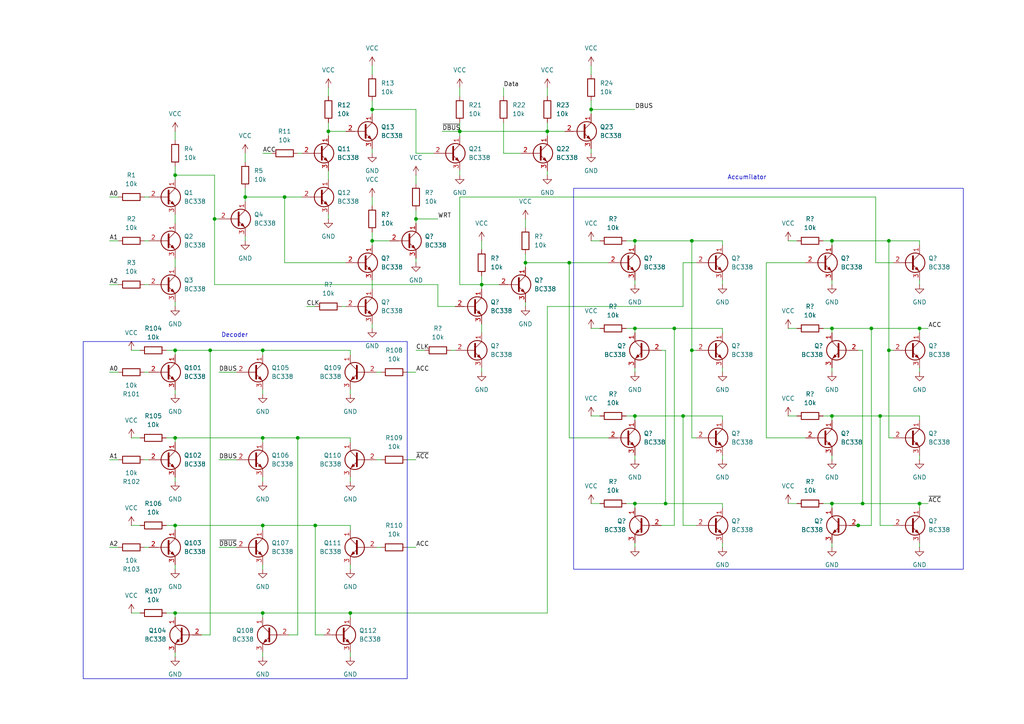
<source format=kicad_sch>
(kicad_sch (version 20250114) (generator "eeschema") (generator_version "9.0")
  (paper "A4")
  (rectangle (start 166.37 54.61) (end 279.4 165.1))
  (rectangle (start 24.13 99.06) (end 118.11 196.85))
  (text "Accumilator" (at 216.662 51.562 0) (effects (font (size 1.27 1.27))))
  (text "Decoder" (at 68.072 97.282 0) (effects (font (size 1.27 1.27))))
  (junction (at 50.8 101.6))
  (junction (at 241.3 69.85))
  (junction (at 101.6 177.8))
  (junction (at 158.75 38.1))
  (junction (at 60.96 101.6))
  (junction (at 133.35 38.1))
  (junction (at 200.66 101.6))
  (junction (at 50.8 177.8))
  (junction (at 193.04 146.05))
  (junction (at 266.7 146.05))
  (junction (at 62.23 63.5))
  (junction (at 50.8 127))
  (junction (at 184.15 69.85))
  (junction (at 252.73 95.25))
  (junction (at 184.15 95.25))
  (junction (at 248.92 152.4))
  (junction (at 71.12 57.15))
  (junction (at 76.2 177.8))
  (junction (at 107.95 69.85))
  (junction (at 250.19 146.05))
  (junction (at 107.95 31.75))
  (junction (at 195.58 95.25))
  (junction (at 255.27 120.65))
  (junction (at 198.12 120.65))
  (junction (at 76.2 127))
  (junction (at 120.65 63.5))
  (junction (at 86.36 127))
  (junction (at 139.7 82.55))
  (junction (at 184.15 120.65))
  (junction (at 241.3 120.65))
  (junction (at 76.2 101.6))
  (junction (at 266.7 95.25))
  (junction (at 95.25 38.1))
  (junction (at 152.4 76.2))
  (junction (at 184.15 146.05))
  (junction (at 50.8 152.4))
  (junction (at 165.1 76.2))
  (junction (at 91.44 152.4))
  (junction (at 50.8 50.8))
  (junction (at 241.3 146.05))
  (junction (at 82.55 57.15))
  (junction (at 76.2 152.4))
  (junction (at 241.3 95.25))
  (junction (at 200.66 69.85))
  (junction (at 171.45 31.75))
  (junction (at 257.81 69.85))
  (junction (at 257.81 101.6))
  (wire (pts (xy 228.6 120.65) (xy 231.14 120.65)))
  (wire (pts (xy 255.27 152.4) (xy 255.27 120.65)))
  (wire (pts (xy 228.6 146.05) (xy 231.14 146.05)))
  (wire (pts (xy 209.55 95.25) (xy 209.55 96.52)))
  (wire (pts (xy 107.95 81.28) (xy 107.95 83.82)))
  (wire (pts (xy 201.93 127) (xy 200.66 127)))
  (wire (pts (xy 184.15 146.05) (xy 193.04 146.05)))
  (wire (pts (xy 50.8 138.43) (xy 50.8 139.7)))
  (wire (pts (xy 241.3 120.65) (xy 255.27 120.65)))
  (wire (pts (xy 95.25 35.56) (xy 95.25 38.1)))
  (wire (pts (xy 41.91 57.15) (xy 43.18 57.15)))
  (wire (pts (xy 184.15 120.65) (xy 184.15 121.92)))
  (wire (pts (xy 158.75 88.9) (xy 158.75 177.8)))
  (wire (pts (xy 71.12 57.15) (xy 82.55 57.15)))
  (wire (pts (xy 163.83 38.1) (xy 158.75 38.1)))
  (wire (pts (xy 50.8 177.8) (xy 50.8 179.07)))
  (wire (pts (xy 71.12 54.61) (xy 71.12 57.15)))
  (wire (pts (xy 184.15 132.08) (xy 184.15 133.35)))
  (wire (pts (xy 63.5 133.35) (xy 68.58 133.35)))
  (wire (pts (xy 127 88.9) (xy 132.08 88.9)))
  (wire (pts (xy 101.6 101.6) (xy 101.6 102.87)))
  (wire (pts (xy 48.26 101.6) (xy 50.8 101.6)))
  (wire (pts (xy 86.36 44.45) (xy 87.63 44.45)))
  (wire (pts (xy 95.25 25.4) (xy 95.25 27.94)))
  (wire (pts (xy 71.12 68.58) (xy 71.12 69.85)))
  (wire (pts (xy 50.8 152.4) (xy 50.8 153.67)))
  (wire (pts (xy 250.19 101.6) (xy 250.19 146.05)))
  (wire (pts (xy 158.75 38.1) (xy 133.35 38.1)))
  (wire (pts (xy 200.66 127) (xy 200.66 101.6)))
  (wire (pts (xy 222.25 76.2) (xy 233.68 76.2)))
  (wire (pts (xy 257.81 127) (xy 259.08 127)))
  (wire (pts (xy 201.93 76.2) (xy 198.12 76.2)))
  (wire (pts (xy 152.4 76.2) (xy 152.4 77.47)))
  (wire (pts (xy 50.8 163.83) (xy 50.8 165.1)))
  (wire (pts (xy 107.95 69.85) (xy 107.95 71.12)))
  (wire (pts (xy 76.2 44.45) (xy 78.74 44.45)))
  (wire (pts (xy 62.23 63.5) (xy 62.23 82.55)))
  (wire (pts (xy 255.27 120.65) (xy 266.7 120.65)))
  (wire (pts (xy 152.4 87.63) (xy 152.4 88.9)))
  (wire (pts (xy 266.7 106.68) (xy 266.7 107.95)))
  (wire (pts (xy 222.25 127) (xy 222.25 76.2)))
  (wire (pts (xy 76.2 113.03) (xy 76.2 114.3)))
  (wire (pts (xy 86.36 184.15) (xy 83.82 184.15)))
  (wire (pts (xy 50.8 127) (xy 76.2 127)))
  (wire (pts (xy 58.42 184.15) (xy 60.96 184.15)))
  (wire (pts (xy 133.35 57.15) (xy 254 57.15)))
  (wire (pts (xy 38.1 127) (xy 40.64 127)))
  (wire (pts (xy 201.93 101.6) (xy 200.66 101.6)))
  (wire (pts (xy 76.2 189.23) (xy 76.2 190.5)))
  (wire (pts (xy 133.35 35.56) (xy 133.35 38.1)))
  (wire (pts (xy 101.6 113.03) (xy 101.6 114.3)))
  (wire (pts (xy 139.7 82.55) (xy 144.78 82.55)))
  (wire (pts (xy 181.61 95.25) (xy 184.15 95.25)))
  (wire (pts (xy 238.76 146.05) (xy 241.3 146.05)))
  (wire (pts (xy 209.55 146.05) (xy 209.55 147.32)))
  (wire (pts (xy 41.91 82.55) (xy 43.18 82.55)))
  (wire (pts (xy 266.7 95.25) (xy 269.24 95.25)))
  (wire (pts (xy 241.3 146.05) (xy 241.3 147.32)))
  (wire (pts (xy 266.7 120.65) (xy 266.7 121.92)))
  (wire (pts (xy 266.7 95.25) (xy 266.7 96.52)))
  (wire (pts (xy 76.2 177.8) (xy 101.6 177.8)))
  (wire (pts (xy 127 82.55) (xy 127 88.9)))
  (wire (pts (xy 241.3 157.48) (xy 241.3 158.75)))
  (wire (pts (xy 120.65 44.45) (xy 120.65 31.75)))
  (wire (pts (xy 241.3 95.25) (xy 252.73 95.25)))
  (wire (pts (xy 82.55 76.2) (xy 82.55 57.15)))
  (wire (pts (xy 209.55 132.08) (xy 209.55 133.35)))
  (wire (pts (xy 259.08 152.4) (xy 255.27 152.4)))
  (wire (pts (xy 198.12 88.9) (xy 158.75 88.9)))
  (wire (pts (xy 62.23 63.5) (xy 62.23 50.8)))
  (wire (pts (xy 171.45 43.18) (xy 171.45 44.45)))
  (wire (pts (xy 62.23 50.8) (xy 50.8 50.8)))
  (wire (pts (xy 171.45 19.05) (xy 171.45 21.59)))
  (wire (pts (xy 184.15 106.68) (xy 184.15 107.95)))
  (wire (pts (xy 198.12 120.65) (xy 198.12 152.4)))
  (wire (pts (xy 181.61 69.85) (xy 184.15 69.85)))
  (wire (pts (xy 252.73 95.25) (xy 266.7 95.25)))
  (wire (pts (xy 50.8 74.93) (xy 50.8 77.47)))
  (wire (pts (xy 241.3 132.08) (xy 241.3 133.35)))
  (wire (pts (xy 50.8 87.63) (xy 50.8 88.9)))
  (wire (pts (xy 41.91 133.35) (xy 43.18 133.35)))
  (wire (pts (xy 71.12 57.15) (xy 71.12 58.42)))
  (wire (pts (xy 198.12 120.65) (xy 209.55 120.65)))
  (wire (pts (xy 120.65 50.8) (xy 120.65 53.34)))
  (wire (pts (xy 241.3 69.85) (xy 241.3 71.12)))
  (wire (pts (xy 118.11 133.35) (xy 120.65 133.35)))
  (wire (pts (xy 101.6 127) (xy 101.6 128.27)))
  (wire (pts (xy 50.8 127) (xy 50.8 128.27)))
  (wire (pts (xy 198.12 76.2) (xy 198.12 88.9)))
  (wire (pts (xy 38.1 101.6) (xy 40.64 101.6)))
  (wire (pts (xy 158.75 38.1) (xy 158.75 39.37)))
  (wire (pts (xy 238.76 95.25) (xy 241.3 95.25)))
  (wire (pts (xy 86.36 127) (xy 86.36 184.15)))
  (wire (pts (xy 200.66 69.85) (xy 209.55 69.85)))
  (wire (pts (xy 76.2 177.8) (xy 50.8 177.8)))
  (wire (pts (xy 184.15 69.85) (xy 200.66 69.85)))
  (wire (pts (xy 184.15 157.48) (xy 184.15 158.75)))
  (wire (pts (xy 266.7 132.08) (xy 266.7 133.35)))
  (wire (pts (xy 76.2 101.6) (xy 101.6 101.6)))
  (wire (pts (xy 241.3 120.65) (xy 241.3 121.92)))
  (wire (pts (xy 48.26 127) (xy 50.8 127)))
  (wire (pts (xy 109.22 158.75) (xy 110.49 158.75)))
  (wire (pts (xy 158.75 35.56) (xy 158.75 38.1)))
  (wire (pts (xy 139.7 82.55) (xy 133.35 82.55)))
  (wire (pts (xy 101.6 163.83) (xy 101.6 165.1)))
  (wire (pts (xy 171.45 69.85) (xy 173.99 69.85)))
  (wire (pts (xy 209.55 69.85) (xy 209.55 71.12)))
  (wire (pts (xy 209.55 81.28) (xy 209.55 82.55)))
  (wire (pts (xy 152.4 76.2) (xy 165.1 76.2)))
  (wire (pts (xy 171.45 95.25) (xy 173.99 95.25)))
  (wire (pts (xy 171.45 31.75) (xy 171.45 33.02)))
  (wire (pts (xy 257.81 69.85) (xy 266.7 69.85)))
  (wire (pts (xy 228.6 95.25) (xy 231.14 95.25)))
  (wire (pts (xy 50.8 48.26) (xy 50.8 50.8)))
  (wire (pts (xy 76.2 152.4) (xy 76.2 153.67)))
  (wire (pts (xy 241.3 146.05) (xy 250.19 146.05)))
  (wire (pts (xy 248.92 101.6) (xy 250.19 101.6)))
  (wire (pts (xy 176.53 127) (xy 165.1 127)))
  (wire (pts (xy 109.22 133.35) (xy 110.49 133.35)))
  (wire (pts (xy 101.6 177.8) (xy 158.75 177.8)))
  (wire (pts (xy 165.1 127) (xy 165.1 76.2)))
  (wire (pts (xy 254 76.2) (xy 259.08 76.2)))
  (wire (pts (xy 50.8 101.6) (xy 50.8 102.87)))
  (wire (pts (xy 101.6 138.43) (xy 101.6 139.7)))
  (wire (pts (xy 171.45 120.65) (xy 173.99 120.65)))
  (wire (pts (xy 133.35 49.53) (xy 133.35 50.8)))
  (wire (pts (xy 181.61 146.05) (xy 184.15 146.05)))
  (wire (pts (xy 60.96 101.6) (xy 76.2 101.6)))
  (wire (pts (xy 38.1 177.8) (xy 40.64 177.8)))
  (wire (pts (xy 50.8 38.1) (xy 50.8 40.64)))
  (wire (pts (xy 139.7 69.85) (xy 139.7 72.39)))
  (wire (pts (xy 133.35 82.55) (xy 133.35 57.15)))
  (wire (pts (xy 198.12 152.4) (xy 201.93 152.4)))
  (wire (pts (xy 76.2 177.8) (xy 76.2 179.07)))
  (wire (pts (xy 184.15 146.05) (xy 184.15 147.32)))
  (wire (pts (xy 266.7 157.48) (xy 266.7 158.75)))
  (wire (pts (xy 250.19 146.05) (xy 266.7 146.05)))
  (wire (pts (xy 41.91 69.85) (xy 43.18 69.85)))
  (wire (pts (xy 50.8 50.8) (xy 50.8 52.07)))
  (wire (pts (xy 120.65 101.6) (xy 123.19 101.6)))
  (wire (pts (xy 38.1 152.4) (xy 40.64 152.4)))
  (wire (pts (xy 107.95 69.85) (xy 113.03 69.85)))
  (wire (pts (xy 139.7 93.98) (xy 139.7 96.52)))
  (wire (pts (xy 101.6 177.8) (xy 101.6 179.07)))
  (wire (pts (xy 50.8 152.4) (xy 76.2 152.4)))
  (wire (pts (xy 50.8 189.23) (xy 50.8 190.5)))
  (wire (pts (xy 62.23 82.55) (xy 127 82.55)))
  (wire (pts (xy 63.5 158.75) (xy 68.58 158.75)))
  (wire (pts (xy 191.77 152.4) (xy 195.58 152.4)))
  (wire (pts (xy 266.7 146.05) (xy 269.24 146.05)))
  (wire (pts (xy 200.66 101.6) (xy 200.66 69.85)))
  (wire (pts (xy 60.96 101.6) (xy 60.96 184.15)))
  (wire (pts (xy 118.11 158.75) (xy 120.65 158.75)))
  (wire (pts (xy 101.6 189.23) (xy 101.6 190.5)))
  (wire (pts (xy 31.75 82.55) (xy 34.29 82.55)))
  (wire (pts (xy 118.11 107.95) (xy 120.65 107.95)))
  (wire (pts (xy 184.15 81.28) (xy 184.15 82.55)))
  (wire (pts (xy 71.12 44.45) (xy 71.12 46.99)))
  (wire (pts (xy 31.75 107.95) (xy 34.29 107.95)))
  (wire (pts (xy 48.26 177.8) (xy 50.8 177.8)))
  (wire (pts (xy 238.76 69.85) (xy 241.3 69.85)))
  (wire (pts (xy 76.2 127) (xy 86.36 127)))
  (wire (pts (xy 184.15 95.25) (xy 184.15 96.52)))
  (wire (pts (xy 120.65 63.5) (xy 127 63.5)))
  (wire (pts (xy 193.04 146.05) (xy 209.55 146.05)))
  (wire (pts (xy 195.58 152.4) (xy 195.58 95.25)))
  (wire (pts (xy 50.8 101.6) (xy 60.96 101.6)))
  (wire (pts (xy 193.04 101.6) (xy 193.04 146.05)))
  (wire (pts (xy 248.92 152.4) (xy 252.73 152.4)))
  (wire (pts (xy 120.65 44.45) (xy 125.73 44.45)))
  (wire (pts (xy 266.7 69.85) (xy 266.7 71.12)))
  (wire (pts (xy 91.44 184.15) (xy 91.44 152.4)))
  (wire (pts (xy 31.75 133.35) (xy 34.29 133.35)))
  (wire (pts (xy 133.35 25.4) (xy 133.35 27.94)))
  (wire (pts (xy 99.06 88.9) (xy 100.33 88.9)))
  (wire (pts (xy 31.75 57.15) (xy 34.29 57.15)))
  (wire (pts (xy 165.1 76.2) (xy 176.53 76.2)))
  (wire (pts (xy 41.91 158.75) (xy 43.18 158.75)))
  (wire (pts (xy 76.2 101.6) (xy 76.2 102.87)))
  (wire (pts (xy 252.73 152.4) (xy 252.73 95.25)))
  (wire (pts (xy 254 57.15) (xy 254 76.2)))
  (wire (pts (xy 50.8 62.23) (xy 50.8 64.77)))
  (wire (pts (xy 257.81 101.6) (xy 257.81 127)))
  (wire (pts (xy 233.68 127) (xy 222.25 127)))
  (wire (pts (xy 184.15 69.85) (xy 184.15 71.12)))
  (wire (pts (xy 181.61 120.65) (xy 184.15 120.65)))
  (wire (pts (xy 158.75 49.53) (xy 158.75 50.8)))
  (wire (pts (xy 209.55 120.65) (xy 209.55 121.92)))
  (wire (pts (xy 107.95 31.75) (xy 107.95 33.02)))
  (wire (pts (xy 146.05 25.4) (xy 146.05 27.94)))
  (wire (pts (xy 48.26 152.4) (xy 50.8 152.4)))
  (wire (pts (xy 31.75 158.75) (xy 34.29 158.75)))
  (wire (pts (xy 171.45 31.75) (xy 184.15 31.75)))
  (wire (pts (xy 91.44 152.4) (xy 101.6 152.4)))
  (wire (pts (xy 31.75 69.85) (xy 34.29 69.85)))
  (wire (pts (xy 193.04 101.6) (xy 191.77 101.6)))
  (wire (pts (xy 209.55 157.48) (xy 209.55 158.75)))
  (wire (pts (xy 76.2 138.43) (xy 76.2 139.7)))
  (wire (pts (xy 184.15 120.65) (xy 198.12 120.65)))
  (wire (pts (xy 107.95 19.05) (xy 107.95 21.59)))
  (wire (pts (xy 107.95 93.98) (xy 107.95 95.25)))
  (wire (pts (xy 228.6 69.85) (xy 231.14 69.85)))
  (wire (pts (xy 139.7 106.68) (xy 139.7 107.95)))
  (wire (pts (xy 146.05 44.45) (xy 151.13 44.45)))
  (wire (pts (xy 241.3 95.25) (xy 241.3 96.52)))
  (wire (pts (xy 257.81 69.85) (xy 257.81 101.6)))
  (wire (pts (xy 266.7 146.05) (xy 266.7 147.32)))
  (wire (pts (xy 88.9 88.9) (xy 91.44 88.9)))
  (wire (pts (xy 128.27 38.1) (xy 133.35 38.1)))
  (wire (pts (xy 171.45 29.21) (xy 171.45 31.75)))
  (wire (pts (xy 158.75 25.4) (xy 158.75 27.94)))
  (wire (pts (xy 63.5 107.95) (xy 68.58 107.95)))
  (wire (pts (xy 247.65 152.4) (xy 248.92 152.4)))
  (wire (pts (xy 266.7 81.28) (xy 266.7 82.55)))
  (wire (pts (xy 95.25 38.1) (xy 100.33 38.1)))
  (wire (pts (xy 120.65 63.5) (xy 120.65 64.77)))
  (wire (pts (xy 120.65 31.75) (xy 107.95 31.75)))
  (wire (pts (xy 139.7 82.55) (xy 139.7 83.82)))
  (wire (pts (xy 133.35 38.1) (xy 133.35 39.37)))
  (wire (pts (xy 95.25 49.53) (xy 95.25 52.07)))
  (wire (pts (xy 50.8 113.03) (xy 50.8 114.3)))
  (wire (pts (xy 63.5 63.5) (xy 62.23 63.5)))
  (wire (pts (xy 146.05 35.56) (xy 146.05 44.45)))
  (wire (pts (xy 107.95 29.21) (xy 107.95 31.75)))
  (wire (pts (xy 120.65 74.93) (xy 120.65 76.2)))
  (wire (pts (xy 93.98 184.15) (xy 91.44 184.15)))
  (wire (pts (xy 259.08 101.6) (xy 257.81 101.6)))
  (wire (pts (xy 76.2 152.4) (xy 91.44 152.4)))
  (wire (pts (xy 195.58 95.25) (xy 209.55 95.25)))
  (wire (pts (xy 241.3 81.28) (xy 241.3 82.55)))
  (wire (pts (xy 209.55 106.68) (xy 209.55 107.95)))
  (wire (pts (xy 241.3 106.68) (xy 241.3 107.95)))
  (wire (pts (xy 86.36 127) (xy 101.6 127)))
  (wire (pts (xy 95.25 38.1) (xy 95.25 39.37)))
  (wire (pts (xy 171.45 146.05) (xy 173.99 146.05)))
  (wire (pts (xy 241.3 69.85) (xy 257.81 69.85)))
  (wire (pts (xy 107.95 67.31) (xy 107.95 69.85)))
  (wire (pts (xy 82.55 57.15) (xy 87.63 57.15)))
  (wire (pts (xy 101.6 152.4) (xy 101.6 153.67)))
  (wire (pts (xy 152.4 73.66) (xy 152.4 76.2)))
  (wire (pts (xy 139.7 80.01) (xy 139.7 82.55)))
  (wire (pts (xy 238.76 120.65) (xy 241.3 120.65)))
  (wire (pts (xy 41.91 107.95) (xy 43.18 107.95)))
  (wire (pts (xy 107.95 57.15) (xy 107.95 59.69)))
  (wire (pts (xy 95.25 62.23) (xy 95.25 63.5)))
  (wire (pts (xy 107.95 43.18) (xy 107.95 44.45)))
  (wire (pts (xy 100.33 76.2) (xy 82.55 76.2)))
  (wire (pts (xy 109.22 107.95) (xy 110.49 107.95)))
  (wire (pts (xy 76.2 163.83) (xy 76.2 165.1)))
  (wire (pts (xy 184.15 95.25) (xy 195.58 95.25)))
  (wire (pts (xy 130.81 101.6) (xy 132.08 101.6)))
  (wire (pts (xy 76.2 127) (xy 76.2 128.27)))
  (wire (pts (xy 152.4 63.5) (xy 152.4 66.04)))
  (wire (pts (xy 120.65 60.96) (xy 120.65 63.5)))
  (label "ACC" (at 120.65 158.75 0))
  (label "ACC" (at 269.24 95.25 0))
  (label "~{ACC}" (at 120.65 133.35 0))
  (label "~{DBUS}" (at 128.27 38.1 0))
  (label "ACC" (at 120.65 107.95 0))
  (label "A1" (at 31.75 69.85 0))
  (label "CLK" (at 120.65 101.6 0))
  (label "DBUS" (at 63.5 107.95 0))
  (label "A2" (at 31.75 158.75 0))
  (label "WRT" (at 127 63.5 0))
  (label "~{ACC}" (at 269.24 146.05 0))
  (label "~{DBUS}" (at 63.5 158.75 0))
  (label "A1" (at 31.75 133.35 0))
  (label "A2" (at 31.75 82.55 0))
  (label "DBUS" (at 63.5 133.35 0))
  (label "A0" (at 31.75 107.95 0))
  (label "CLK" (at 88.9 88.9 0))
  (label "DBUS" (at 184.15 31.75 0))
  (label "Data" (at 146.05 25.4 0))
  (label "ACC" (at 76.2 44.45 0))
  (label "A0" (at 31.75 57.15 0))
  (symbol (lib_id "Transistor_BJT:BC338") (at 53.34 184.15 0) (mirror y) (unit 1)
    (property "Reference" "Q104" (at 48.26 182.8799 0) (effects (justify left)))
    (property "Value" "BC338" (at 48.26 185.4199 0) (effects (justify left)))
    (property "Footprint" "Package_TO_SOT_THT:TO-92_Inline" (effects (hide yes)))
    (property "Datasheet" "http://diotec.com/tl_files/diotec/files/pdf/datasheets/bc337" (effects (hide yes)))
    (property "Description" "0.8A Ic, 25V Vce, NPN Transistor, TO-92" (effects (hide yes)))
  )
  (symbol (lib_id "Transistor_BJT:BC338") (at 92.71 44.45 0) (unit 1)
    (property "Reference" "Q11" (at 97.79 43.1799 0) (effects (justify left)))
    (property "Value" "BC338" (at 97.79 45.7199 0) (effects (justify left)))
    (property "Footprint" "Package_TO_SOT_THT:TO-92_Inline" (effects (hide yes)))
    (property "Datasheet" "http://diotec.com/tl_files/diotec/files/pdf/datasheets/bc337" (effects (hide yes)))
    (property "Description" "0.8A Ic, 25V Vce, NPN Transistor, TO-92" (effects (hide yes)))
  )
  (symbol (lib_id "Device:R") (at 38.1 158.75 90) (mirror x) (unit 1)
    (property "Reference" "R103" (at 38.1 165.1 90))
    (property "Value" "10k" (at 38.1 162.56 90))
    (property "Footprint" "Resistor_THT:R_Axial_DIN0207_L6.3mm_D2.5mm_P10.16mm_Horizontal" (effects (hide yes)))
    (property "Description" "Resistor" (effects (hide yes)))
  )
  (symbol (lib_id "Device:R") (at 44.45 177.8 270) (unit 1)
    (property "Reference" "R107" (at 44.45 171.45 90))
    (property "Value" "10k" (at 44.45 173.99 90))
    (property "Footprint" "Resistor_THT:R_Axial_DIN0207_L6.3mm_D2.5mm_P10.16mm_Horizontal" (effects (hide yes)))
    (property "Description" "Resistor" (effects (hide yes)))
  )
  (symbol (lib_id "power:GND") (at 184.15 158.75 0) (unit 1)
    (property "Reference" "#PWR0123" (effects (hide yes)))
    (property "Value" "GND" (effects (hide yes)))
    (property "Description" "Power symbol creates a global label with name \"GND\" , ground" (effects (hide yes)))
  )
  (symbol (lib_id "Transistor_BJT:BC338") (at 181.61 76.2 0) (unit 1)
    (property "Reference" "Q?" (at 186.69 74.9299 0) (effects (justify left)))
    (property "Value" "BC338" (at 186.69 77.4699 0) (effects (justify left)))
    (property "Footprint" "Package_TO_SOT_THT:TO-92_Inline" (effects (hide yes)))
    (property "Datasheet" "http://diotec.com/tl_files/diotec/files/pdf/datasheets/bc337" (effects (hide yes)))
    (property "Description" "0.8A Ic, 25V Vce, NPN Transistor, TO-92" (effects (hide yes)))
  )
  (symbol (lib_id "Transistor_BJT:BC338") (at 264.16 152.4 0) (unit 1)
    (property "Reference" "Q?" (at 269.24 151.1299 0) (effects (justify left)))
    (property "Value" "BC338" (at 269.24 153.6699 0) (effects (justify left)))
    (property "Footprint" "Package_TO_SOT_THT:TO-92_Inline" (effects (hide yes)))
    (property "Datasheet" "http://diotec.com/tl_files/diotec/files/pdf/datasheets/bc337" (effects (hide yes)))
    (property "Description" "0.8A Ic, 25V Vce, NPN Transistor, TO-92" (effects (hide yes)))
  )
  (symbol (lib_id "Transistor_BJT:BC338") (at 238.76 76.2 0) (unit 1)
    (property "Reference" "Q?" (at 243.84 74.9299 0) (effects (justify left)))
    (property "Value" "BC338" (at 243.84 77.4699 0) (effects (justify left)))
    (property "Footprint" "Package_TO_SOT_THT:TO-92_Inline" (effects (hide yes)))
    (property "Datasheet" "http://diotec.com/tl_files/diotec/files/pdf/datasheets/bc337" (effects (hide yes)))
    (property "Description" "0.8A Ic, 25V Vce, NPN Transistor, TO-92" (effects (hide yes)))
  )
  (symbol (lib_id "Device:R") (at 95.25 88.9 90) (unit 1)
    (property "Reference" "R?" (at 95.25 82.55 90))
    (property "Value" "10k" (at 95.25 85.09 90))
    (property "Footprint" "Resistor_THT:R_Axial_DIN0207_L6.3mm_D2.5mm_P10.16mm_Horizontal" (effects (hide yes)))
    (property "Description" "Resistor" (effects (hide yes)))
  )
  (symbol (lib_id "power:VCC") (at 171.45 19.05 0) (unit 1)
    (property "Reference" "#PWR013" (effects (hide yes)))
    (property "Value" "VCC" (at 171.45 13.97 0))
    (property "Description" "Power symbol creates a global label with name \"VCC\"" (effects (hide yes)))
  )
  (symbol (lib_id "Transistor_BJT:BC338") (at 207.01 101.6 0) (unit 1)
    (property "Reference" "Q?" (at 212.09 100.3299 0) (effects (justify left)))
    (property "Value" "BC338" (at 212.09 102.8699 0) (effects (justify left)))
    (property "Footprint" "Package_TO_SOT_THT:TO-92_Inline" (effects (hide yes)))
    (property "Datasheet" "http://diotec.com/tl_files/diotec/files/pdf/datasheets/bc337" (effects (hide yes)))
    (property "Description" "0.8A Ic, 25V Vce, NPN Transistor, TO-92" (effects (hide yes)))
  )
  (symbol (lib_id "Transistor_BJT:BC338") (at 137.16 88.9 0) (unit 1)
    (property "Reference" "Q?" (at 142.24 87.6299 0) (effects (justify left)))
    (property "Value" "BC338" (at 142.24 90.1699 0) (effects (justify left)))
    (property "Footprint" "Package_TO_SOT_THT:TO-92_Inline" (effects (hide yes)))
    (property "Datasheet" "http://diotec.com/tl_files/diotec/files/pdf/datasheets/bc337" (effects (hide yes)))
    (property "Description" "0.8A Ic, 25V Vce, NPN Transistor, TO-92" (effects (hide yes)))
  )
  (symbol (lib_id "Device:R") (at 139.7 76.2 180) (unit 1)
    (property "Reference" "R?" (at 142.24 74.9299 0) (effects (justify right)))
    (property "Value" "10k" (at 142.24 77.4699 0) (effects (justify right)))
    (property "Footprint" "Resistor_THT:R_Axial_DIN0207_L6.3mm_D2.5mm_P10.16mm_Horizontal" (effects (hide yes)))
    (property "Description" "Resistor" (effects (hide yes)))
  )
  (symbol (lib_id "Transistor_BJT:BC338") (at 48.26 158.75 0) (unit 1)
    (property "Reference" "Q103" (at 53.34 157.4799 0) (effects (justify left)))
    (property "Value" "BC338" (at 53.34 160.0199 0) (effects (justify left)))
    (property "Footprint" "Package_TO_SOT_THT:TO-92_Inline" (effects (hide yes)))
    (property "Datasheet" "http://diotec.com/tl_files/diotec/files/pdf/datasheets/bc337" (effects (hide yes)))
    (property "Description" "0.8A Ic, 25V Vce, NPN Transistor, TO-92" (effects (hide yes)))
  )
  (symbol (lib_id "power:VCC") (at 228.6 120.65 0) (unit 1)
    (property "Reference" "#PWR0127" (effects (hide yes)))
    (property "Value" "VCC" (at 228.6 115.57 0))
    (property "Description" "Power symbol creates a global label with name \"VCC\"" (effects (hide yes)))
  )
  (symbol (lib_id "Device:R") (at 234.95 146.05 270) (unit 1)
    (property "Reference" "R?" (at 234.95 139.7 90))
    (property "Value" "10k" (at 234.95 142.24 90))
    (property "Footprint" "Resistor_THT:R_Axial_DIN0207_L6.3mm_D2.5mm_P10.16mm_Horizontal" (effects (hide yes)))
    (property "Description" "Resistor" (effects (hide yes)))
  )
  (symbol (lib_id "power:GND") (at 107.95 95.25 0) (unit 1)
    (property "Reference" "#PWR0138" (effects (hide yes)))
    (property "Value" "GND" (at 107.95 100.33 0))
    (property "Description" "Power symbol creates a global label with name \"GND\" , ground" (effects (hide yes)))
  )
  (symbol (lib_id "power:VCC") (at 228.6 69.85 0) (unit 1)
    (property "Reference" "#PWR0125" (effects (hide yes)))
    (property "Value" "VCC" (at 228.6 64.77 0))
    (property "Description" "Power symbol creates a global label with name \"VCC\"" (effects (hide yes)))
  )
  (symbol (lib_id "power:GND") (at 209.55 133.35 0) (unit 1)
    (property "Reference" "#PWR0121" (effects (hide yes)))
    (property "Value" "GND" (at 209.55 138.43 0))
    (property "Description" "Power symbol creates a global label with name \"GND\" , ground" (effects (hide yes)))
  )
  (symbol (lib_id "Device:R") (at 44.45 152.4 270) (unit 1)
    (property "Reference" "R106" (at 44.45 146.05 90))
    (property "Value" "10k" (at 44.45 148.59 90))
    (property "Footprint" "Resistor_THT:R_Axial_DIN0207_L6.3mm_D2.5mm_P10.16mm_Horizontal" (effects (hide yes)))
    (property "Description" "Resistor" (effects (hide yes)))
  )
  (symbol (lib_id "Transistor_BJT:BC338") (at 73.66 158.75 0) (unit 1)
    (property "Reference" "Q107" (at 78.74 157.4799 0) (effects (justify left)))
    (property "Value" "BC338" (at 78.74 160.0199 0) (effects (justify left)))
    (property "Footprint" "Package_TO_SOT_THT:TO-92_Inline" (effects (hide yes)))
    (property "Datasheet" "http://diotec.com/tl_files/diotec/files/pdf/datasheets/bc337" (effects (hide yes)))
    (property "Description" "0.8A Ic, 25V Vce, NPN Transistor, TO-92" (effects (hide yes)))
  )
  (symbol (lib_id "Device:R") (at 171.45 25.4 180) (unit 1)
    (property "Reference" "R24" (at 173.99 24.1299 0) (effects (justify right)))
    (property "Value" "10k" (at 173.99 26.6699 0) (effects (justify right)))
    (property "Footprint" "Resistor_THT:R_Axial_DIN0207_L6.3mm_D2.5mm_P10.16mm_Horizontal" (effects (hide yes)))
    (property "Description" "Resistor" (effects (hide yes)))
  )
  (symbol (lib_id "power:GND") (at 50.8 88.9 0) (unit 1)
    (property "Reference" "#PWR03" (effects (hide yes)))
    (property "Value" "GND" (at 50.8 93.98 0))
    (property "Description" "Power symbol creates a global label with name \"GND\" , ground" (effects (hide yes)))
  )
  (symbol (lib_id "Transistor_BJT:BC338") (at 48.26 133.35 0) (unit 1)
    (property "Reference" "Q102" (at 53.34 132.0799 0) (effects (justify left)))
    (property "Value" "BC338" (at 53.34 134.6199 0) (effects (justify left)))
    (property "Footprint" "Package_TO_SOT_THT:TO-92_Inline" (effects (hide yes)))
    (property "Datasheet" "http://diotec.com/tl_files/diotec/files/pdf/datasheets/bc337" (effects (hide yes)))
    (property "Description" "0.8A Ic, 25V Vce, NPN Transistor, TO-92" (effects (hide yes)))
  )
  (symbol (lib_id "power:VCC") (at 228.6 146.05 0) (unit 1)
    (property "Reference" "#PWR0128" (effects (hide yes)))
    (property "Value" "VCC" (at 228.6 140.97 0))
    (property "Description" "Power symbol creates a global label with name \"VCC\"" (effects (hide yes)))
  )
  (symbol (lib_id "Device:R") (at 38.1 57.15 90) (unit 1)
    (property "Reference" "R1" (at 38.1 50.8 90))
    (property "Value" "10k" (at 38.1 53.34 90))
    (property "Footprint" "Resistor_THT:R_Axial_DIN0207_L6.3mm_D2.5mm_P10.16mm_Horizontal" (effects (hide yes)))
    (property "Description" "Resistor" (effects (hide yes)))
  )
  (symbol (lib_id "power:GND") (at 101.6 114.3 0) (unit 1)
    (property "Reference" "#PWR026" (effects (hide yes)))
    (property "Value" "GND" (at 101.6 119.38 0))
    (property "Description" "Power symbol creates a global label with name \"GND\" , ground" (effects (hide yes)))
  )
  (symbol (lib_id "power:GND") (at 241.3 133.35 0) (unit 1)
    (property "Reference" "#PWR0131" (effects (hide yes)))
    (property "Value" "GND" (at 241.3 138.43 0))
    (property "Description" "Power symbol creates a global label with name \"GND\" , ground" (effects (hide yes)))
  )
  (symbol (lib_id "Device:R") (at 95.25 31.75 180) (unit 1)
    (property "Reference" "R12" (at 97.79 30.4799 0) (effects (justify right)))
    (property "Value" "10k" (at 97.79 33.0199 0) (effects (justify right)))
    (property "Footprint" "Resistor_THT:R_Axial_DIN0207_L6.3mm_D2.5mm_P10.16mm_Horizontal" (effects (hide yes)))
    (property "Description" "Resistor" (effects (hide yes)))
  )
  (symbol (lib_id "Device:R") (at 234.95 120.65 270) (unit 1)
    (property "Reference" "R?" (at 234.95 114.3 90))
    (property "Value" "10k" (at 234.95 116.84 90))
    (property "Footprint" "Resistor_THT:R_Axial_DIN0207_L6.3mm_D2.5mm_P10.16mm_Horizontal" (effects (hide yes)))
    (property "Description" "Resistor" (effects (hide yes)))
  )
  (symbol (lib_id "power:GND") (at 209.55 107.95 0) (unit 1)
    (property "Reference" "#PWR0118" (effects (hide yes)))
    (property "Value" "GND" (at 209.55 113.03 0))
    (property "Description" "Power symbol creates a global label with name \"GND\" , ground" (effects (hide yes)))
  )
  (symbol (lib_id "Transistor_BJT:BC338") (at 238.76 127 0) (unit 1)
    (property "Reference" "Q?" (at 243.84 125.7299 0) (effects (justify left)))
    (property "Value" "BC338" (at 243.84 128.2699 0) (effects (justify left)))
    (property "Footprint" "Package_TO_SOT_THT:TO-92_Inline" (effects (hide yes)))
    (property "Datasheet" "http://diotec.com/tl_files/diotec/files/pdf/datasheets/bc337" (effects (hide yes)))
    (property "Description" "0.8A Ic, 25V Vce, NPN Transistor, TO-92" (effects (hide yes)))
  )
  (symbol (lib_id "Device:R") (at 38.1 107.95 90) (mirror x) (unit 1)
    (property "Reference" "R101" (at 38.1 114.3 90))
    (property "Value" "10k" (at 38.1 111.76 90))
    (property "Footprint" "Resistor_THT:R_Axial_DIN0207_L6.3mm_D2.5mm_P10.16mm_Horizontal" (effects (hide yes)))
    (property "Description" "Resistor" (effects (hide yes)))
  )
  (symbol (lib_id "power:VCC") (at 38.1 127 0) (unit 1)
    (property "Reference" "#PWR0101" (effects (hide yes)))
    (property "Value" "VCC" (at 38.1 121.92 0))
    (property "Description" "Power symbol creates a global label with name \"VCC\"" (effects (hide yes)))
  )
  (symbol (lib_id "Transistor_BJT:BC338") (at 48.26 82.55 0) (unit 1)
    (property "Reference" "Q3" (at 53.34 81.2799 0) (effects (justify left)))
    (property "Value" "BC338" (at 53.34 83.8199 0) (effects (justify left)))
    (property "Footprint" "Package_TO_SOT_THT:TO-92_Inline" (effects (hide yes)))
    (property "Datasheet" "http://diotec.com/tl_files/diotec/files/pdf/datasheets/bc337" (effects (hide yes)))
    (property "Description" "0.8A Ic, 25V Vce, NPN Transistor, TO-92" (effects (hide yes)))
  )
  (symbol (lib_id "Device:R") (at 44.45 127 270) (unit 1)
    (property "Reference" "R105" (at 44.45 120.65 90))
    (property "Value" "10k" (at 44.45 123.19 90))
    (property "Footprint" "Resistor_THT:R_Axial_DIN0207_L6.3mm_D2.5mm_P10.16mm_Horizontal" (effects (hide yes)))
    (property "Description" "Resistor" (effects (hide yes)))
  )
  (symbol (lib_id "Device:R") (at 38.1 133.35 90) (mirror x) (unit 1)
    (property "Reference" "R102" (at 38.1 139.7 90))
    (property "Value" "10k" (at 38.1 137.16 90))
    (property "Footprint" "Resistor_THT:R_Axial_DIN0207_L6.3mm_D2.5mm_P10.16mm_Horizontal" (effects (hide yes)))
    (property "Description" "Resistor" (effects (hide yes)))
  )
  (symbol (lib_id "power:GND") (at 266.7 107.95 0) (unit 1)
    (property "Reference" "#PWR0134" (effects (hide yes)))
    (property "Value" "GND" (at 266.7 113.03 0))
    (property "Description" "Power symbol creates a global label with name \"GND\" , ground" (effects (hide yes)))
  )
  (symbol (lib_id "power:VCC") (at 71.12 44.45 0) (unit 1)
    (property "Reference" "#PWR02" (effects (hide yes)))
    (property "Value" "VCC" (at 71.12 39.37 0))
    (property "Description" "Power symbol creates a global label with name \"VCC\"" (effects (hide yes)))
  )
  (symbol (lib_id "Device:R") (at 177.8 69.85 270) (unit 1)
    (property "Reference" "R?" (at 177.8 63.5 90))
    (property "Value" "10k" (at 177.8 66.04 90))
    (property "Footprint" "Resistor_THT:R_Axial_DIN0207_L6.3mm_D2.5mm_P10.16mm_Horizontal" (effects (hide yes)))
    (property "Description" "Resistor" (effects (hide yes)))
  )
  (symbol (lib_id "Device:R") (at 38.1 69.85 90) (unit 1)
    (property "Reference" "R2" (at 38.1 63.5 90))
    (property "Value" "10k" (at 38.1 66.04 90))
    (property "Footprint" "Resistor_THT:R_Axial_DIN0207_L6.3mm_D2.5mm_P10.16mm_Horizontal" (effects (hide yes)))
    (property "Description" "Resistor" (effects (hide yes)))
  )
  (symbol (lib_id "Transistor_BJT:BC338") (at 156.21 44.45 0) (unit 1)
    (property "Reference" "Q22" (at 161.29 43.1799 0) (effects (justify left)))
    (property "Value" "BC338" (at 161.29 45.7199 0) (effects (justify left)))
    (property "Footprint" "Package_TO_SOT_THT:TO-92_Inline" (effects (hide yes)))
    (property "Datasheet" "http://diotec.com/tl_files/diotec/files/pdf/datasheets/bc337" (effects (hide yes)))
    (property "Description" "0.8A Ic, 25V Vce, NPN Transistor, TO-92" (effects (hide yes)))
  )
  (symbol (lib_id "Transistor_BJT:BC338") (at 264.16 127 0) (unit 1)
    (property "Reference" "Q?" (at 269.24 125.7299 0) (effects (justify left)))
    (property "Value" "BC338" (at 269.24 128.2699 0) (effects (justify left)))
    (property "Footprint" "Package_TO_SOT_THT:TO-92_Inline" (effects (hide yes)))
    (property "Datasheet" "http://diotec.com/tl_files/diotec/files/pdf/datasheets/bc337" (effects (hide yes)))
    (property "Description" "0.8A Ic, 25V Vce, NPN Transistor, TO-92" (effects (hide yes)))
  )
  (symbol (lib_id "Transistor_BJT:BC338") (at 149.86 82.55 0) (unit 1)
    (property "Reference" "Q?" (at 154.94 81.2799 0) (effects (justify left)))
    (property "Value" "BC338" (at 154.94 83.8199 0) (effects (justify left)))
    (property "Footprint" "Package_TO_SOT_THT:TO-92_Inline" (effects (hide yes)))
    (property "Datasheet" "http://diotec.com/tl_files/diotec/files/pdf/datasheets/bc337" (effects (hide yes)))
    (property "Description" "0.8A Ic, 25V Vce, NPN Transistor, TO-92" (effects (hide yes)))
  )
  (symbol (lib_id "power:GND") (at 50.8 190.5 0) (mirror y) (unit 1)
    (property "Reference" "#PWR0112" (effects (hide yes)))
    (property "Value" "GND" (at 50.8 195.58 0))
    (property "Description" "Power symbol creates a global label with name \"GND\" , ground" (effects (hide yes)))
  )
  (symbol (lib_id "power:GND") (at 209.55 82.55 0) (unit 1)
    (property "Reference" "#PWR0114" (effects (hide yes)))
    (property "Value" "GND" (at 209.55 87.63 0))
    (property "Description" "Power symbol creates a global label with name \"GND\" , ground" (effects (hide yes)))
  )
  (symbol (lib_id "Transistor_BJT:BC338") (at 207.01 152.4 0) (unit 1)
    (property "Reference" "Q?" (at 212.09 151.1299 0) (effects (justify left)))
    (property "Value" "BC338" (at 212.09 153.6699 0) (effects (justify left)))
    (property "Footprint" "Package_TO_SOT_THT:TO-92_Inline" (effects (hide yes)))
    (property "Datasheet" "http://diotec.com/tl_files/diotec/files/pdf/datasheets/bc337" (effects (hide yes)))
    (property "Description" "0.8A Ic, 25V Vce, NPN Transistor, TO-92" (effects (hide yes)))
  )
  (symbol (lib_id "power:VCC") (at 152.4 63.5 0) (unit 1)
    (property "Reference" "#PWR027" (effects (hide yes)))
    (property "Value" "VCC" (at 152.4 58.42 0))
    (property "Description" "Power symbol creates a global label with name \"VCC\"" (effects (hide yes)))
  )
  (symbol (lib_id "Transistor_BJT:BC338") (at 168.91 38.1 0) (unit 1)
    (property "Reference" "Q23" (at 173.99 36.8299 0) (effects (justify left)))
    (property "Value" "BC338" (at 173.99 39.3699 0) (effects (justify left)))
    (property "Footprint" "Package_TO_SOT_THT:TO-92_Inline" (effects (hide yes)))
    (property "Datasheet" "http://diotec.com/tl_files/diotec/files/pdf/datasheets/bc337" (effects (hide yes)))
    (property "Description" "0.8A Ic, 25V Vce, NPN Transistor, TO-92" (effects (hide yes)))
  )
  (symbol (lib_id "Transistor_BJT:BC338") (at 48.26 107.95 0) (unit 1)
    (property "Reference" "Q101" (at 53.34 106.6799 0) (effects (justify left)))
    (property "Value" "BC338" (at 53.34 109.2199 0) (effects (justify left)))
    (property "Footprint" "Package_TO_SOT_THT:TO-92_Inline" (effects (hide yes)))
    (property "Datasheet" "http://diotec.com/tl_files/diotec/files/pdf/datasheets/bc337" (effects (hide yes)))
    (property "Description" "0.8A Ic, 25V Vce, NPN Transistor, TO-92" (effects (hide yes)))
  )
  (symbol (lib_id "Device:R") (at 44.45 101.6 270) (unit 1)
    (property "Reference" "R104" (at 44.45 95.25 90))
    (property "Value" "10k" (at 44.45 97.79 90))
    (property "Footprint" "Resistor_THT:R_Axial_DIN0207_L6.3mm_D2.5mm_P10.16mm_Horizontal" (effects (hide yes)))
    (property "Description" "Resistor" (effects (hide yes)))
  )
  (symbol (lib_id "Device:R") (at 158.75 31.75 180) (unit 1)
    (property "Reference" "R23" (at 161.29 30.4799 0) (effects (justify right)))
    (property "Value" "10k" (at 161.29 33.0199 0) (effects (justify right)))
    (property "Footprint" "Resistor_THT:R_Axial_DIN0207_L6.3mm_D2.5mm_P10.16mm_Horizontal" (effects (hide yes)))
    (property "Description" "Resistor" (effects (hide yes)))
  )
  (symbol (lib_id "power:GND") (at 101.6 165.1 0) (unit 1)
    (property "Reference" "#PWR0108" (effects (hide yes)))
    (property "Value" "GND" (at 101.6 170.18 0))
    (property "Description" "Power symbol creates a global label with name \"GND\" , ground" (effects (hide yes)))
  )
  (symbol (lib_id "Device:R") (at 152.4 69.85 180) (unit 1)
    (property "Reference" "R?" (at 154.94 68.5799 0) (effects (justify right)))
    (property "Value" "10k" (at 154.94 71.1199 0) (effects (justify right)))
    (property "Footprint" "Resistor_THT:R_Axial_DIN0207_L6.3mm_D2.5mm_P10.16mm_Horizontal" (effects (hide yes)))
    (property "Description" "Resistor" (effects (hide yes)))
  )
  (symbol (lib_id "Transistor_BJT:BC338") (at 137.16 101.6 0) (unit 1)
    (property "Reference" "Q?" (at 142.24 100.3299 0) (effects (justify left)))
    (property "Value" "BC338" (at 142.24 102.8699 0) (effects (justify left)))
    (property "Footprint" "Package_TO_SOT_THT:TO-92_Inline" (effects (hide yes)))
    (property "Datasheet" "http://diotec.com/tl_files/diotec/files/pdf/datasheets/bc337" (effects (hide yes)))
    (property "Description" "0.8A Ic, 25V Vce, NPN Transistor, TO-92" (effects (hide yes)))
  )
  (symbol (lib_id "power:VCC") (at 38.1 177.8 0) (unit 1)
    (property "Reference" "#PWR0109" (effects (hide yes)))
    (property "Value" "VCC" (at 38.1 172.72 0))
    (property "Description" "Power symbol creates a global label with name \"VCC\"" (effects (hide yes)))
  )
  (symbol (lib_id "Device:R") (at 234.95 69.85 270) (unit 1)
    (property "Reference" "R?" (at 234.95 63.5 90))
    (property "Value" "10k" (at 234.95 66.04 90))
    (property "Footprint" "Resistor_THT:R_Axial_DIN0207_L6.3mm_D2.5mm_P10.16mm_Horizontal" (effects (hide yes)))
    (property "Description" "Resistor" (effects (hide yes)))
  )
  (symbol (lib_id "power:VCC") (at 133.35 25.4 0) (unit 1)
    (property "Reference" "#PWR09" (effects (hide yes)))
    (property "Value" "VCC" (at 133.35 20.32 0))
    (property "Description" "Power symbol creates a global label with name \"VCC\"" (effects (hide yes)))
  )
  (symbol (lib_id "Transistor_BJT:BC338") (at 186.69 101.6 0) (mirror y) (unit 1)
    (property "Reference" "Q?" (at 181.61 100.3299 0) (effects (justify left)))
    (property "Value" "BC338" (at 181.61 102.8699 0) (effects (justify left)))
    (property "Footprint" "Package_TO_SOT_THT:TO-92_Inline" (effects (hide yes)))
    (property "Datasheet" "http://diotec.com/tl_files/diotec/files/pdf/datasheets/bc337" (effects (hide yes)))
    (property "Description" "0.8A Ic, 25V Vce, NPN Transistor, TO-92" (effects (hide yes)))
  )
  (symbol (lib_id "power:GND") (at 266.7 133.35 0) (unit 1)
    (property "Reference" "#PWR0135" (effects (hide yes)))
    (property "Value" "GND" (at 266.7 138.43 0))
    (property "Description" "Power symbol creates a global label with name \"GND\" , ground" (effects (hide yes)))
  )
  (symbol (lib_id "power:GND") (at 266.7 82.55 0) (unit 1)
    (property "Reference" "#PWR0133" (effects (hide yes)))
    (property "Value" "GND" (at 266.7 87.63 0))
    (property "Description" "Power symbol creates a global label with name \"GND\" , ground" (effects (hide yes)))
  )
  (symbol (lib_id "power:GND") (at 266.7 158.75 0) (unit 1)
    (property "Reference" "#PWR0136" (effects (hide yes)))
    (property "Value" "GND" (at 266.7 163.83 0))
    (property "Description" "Power symbol creates a global label with name \"GND\" , ground" (effects (hide yes)))
  )
  (symbol (lib_id "power:GND") (at 101.6 139.7 0) (unit 1)
    (property "Reference" "#PWR0104" (effects (hide yes)))
    (property "Value" "GND" (at 101.6 144.78 0))
    (property "Description" "Power symbol creates a global label with name \"GND\" , ground" (effects (hide yes)))
  )
  (symbol (lib_id "Device:R") (at 114.3 133.35 270) (unit 1)
    (property "Reference" "R109" (at 114.3 127 90))
    (property "Value" "10k" (at 114.3 129.54 90))
    (property "Footprint" "Resistor_THT:R_Axial_DIN0207_L6.3mm_D2.5mm_P10.16mm_Horizontal" (effects (hide yes)))
    (property "Description" "Resistor" (effects (hide yes)))
  )
  (symbol (lib_id "power:VCC") (at 38.1 101.6 0) (unit 1)
    (property "Reference" "#PWR021" (effects (hide yes)))
    (property "Value" "VCC" (at 38.1 96.52 0))
    (property "Description" "Power symbol creates a global label with name \"VCC\"" (effects (hide yes)))
  )
  (symbol (lib_id "Transistor_BJT:BC338") (at 207.01 127 0) (unit 1)
    (property "Reference" "Q?" (at 212.09 125.7299 0) (effects (justify left)))
    (property "Value" "BC338" (at 212.09 128.2699 0) (effects (justify left)))
    (property "Footprint" "Package_TO_SOT_THT:TO-92_Inline" (effects (hide yes)))
    (property "Datasheet" "http://diotec.com/tl_files/diotec/files/pdf/datasheets/bc337" (effects (hide yes)))
    (property "Description" "0.8A Ic, 25V Vce, NPN Transistor, TO-92" (effects (hide yes)))
  )
  (symbol (lib_id "Transistor_BJT:BC338") (at 104.14 158.75 0) (mirror y) (unit 1)
    (property "Reference" "Q111" (at 99.06 157.4799 0) (effects (justify left)))
    (property "Value" "BC338" (at 99.06 160.0199 0) (effects (justify left)))
    (property "Footprint" "Package_TO_SOT_THT:TO-92_Inline" (effects (hide yes)))
    (property "Datasheet" "http://diotec.com/tl_files/diotec/files/pdf/datasheets/bc337" (effects (hide yes)))
    (property "Description" "0.8A Ic, 25V Vce, NPN Transistor, TO-92" (effects (hide yes)))
  )
  (symbol (lib_id "Device:R") (at 120.65 57.15 180) (unit 1)
    (property "Reference" "R?" (at 123.19 55.8799 0) (effects (justify right)))
    (property "Value" "10k" (at 123.19 58.4199 0) (effects (justify right)))
    (property "Footprint" "Resistor_THT:R_Axial_DIN0207_L6.3mm_D2.5mm_P10.16mm_Horizontal" (effects (hide yes)))
    (property "Description" "Resistor" (effects (hide yes)))
  )
  (symbol (lib_id "power:GND") (at 184.15 82.55 0) (unit 1)
    (property "Reference" "#PWR0116" (effects (hide yes)))
    (property "Value" "GND" (at 184.15 87.63 0))
    (property "Description" "Power symbol creates a global label with name \"GND\" , ground" (effects (hide yes)))
  )
  (symbol (lib_id "power:GND") (at 120.65 76.2 0) (unit 1)
    (property "Reference" "#PWR0140" (effects (hide yes)))
    (property "Value" "GND" (at 120.65 81.28 0))
    (property "Description" "Power symbol creates a global label with name \"GND\" , ground" (effects (hide yes)))
  )
  (symbol (lib_id "power:VCC") (at 107.95 19.05 0) (unit 1)
    (property "Reference" "#PWR06" (effects (hide yes)))
    (property "Value" "VCC" (at 107.95 13.97 0))
    (property "Description" "Power symbol creates a global label with name \"VCC\"" (effects (hide yes)))
  )
  (symbol (lib_id "power:VCC") (at 171.45 95.25 0) (unit 1)
    (property "Reference" "#PWR0115" (effects (hide yes)))
    (property "Value" "VCC" (at 171.45 90.17 0))
    (property "Description" "Power symbol creates a global label with name \"VCC\"" (effects (hide yes)))
  )
  (symbol (lib_id "power:GND") (at 95.25 63.5 0) (unit 1)
    (property "Reference" "#PWR08" (effects (hide yes)))
    (property "Value" "GND" (at 95.25 68.58 0))
    (property "Description" "Power symbol creates a global label with name \"GND\" , ground" (effects (hide yes)))
  )
  (symbol (lib_id "power:GND") (at 209.55 158.75 0) (unit 1)
    (property "Reference" "#PWR0124" (effects (hide yes)))
    (property "Value" "GND" (at 209.55 163.83 0))
    (property "Description" "Power symbol creates a global label with name \"GND\" , ground" (effects (hide yes)))
  )
  (symbol (lib_id "Transistor_BJT:BC338") (at 243.84 152.4 0) (mirror y) (unit 1)
    (property "Reference" "Q?" (at 238.76 151.1299 0) (effects (justify left)))
    (property "Value" "BC338" (at 238.76 153.6699 0) (effects (justify left)))
    (property "Footprint" "Package_TO_SOT_THT:TO-92_Inline" (effects (hide yes)))
    (property "Datasheet" "http://diotec.com/tl_files/diotec/files/pdf/datasheets/bc337" (effects (hide yes)))
    (property "Description" "0.8A Ic, 25V Vce, NPN Transistor, TO-92" (effects (hide yes)))
  )
  (symbol (lib_id "power:GND") (at 76.2 165.1 0) (unit 1)
    (property "Reference" "#PWR0107" (effects (hide yes)))
    (property "Value" "GND" (at 76.2 170.18 0))
    (property "Description" "Power symbol creates a global label with name \"GND\" , ground" (effects (hide yes)))
  )
  (symbol (lib_id "Transistor_BJT:BC338") (at 243.84 101.6 0) (mirror y) (unit 1)
    (property "Reference" "Q?" (at 238.76 100.3299 0) (effects (justify left)))
    (property "Value" "BC338" (at 238.76 102.8699 0) (effects (justify left)))
    (property "Footprint" "Package_TO_SOT_THT:TO-92_Inline" (effects (hide yes)))
    (property "Datasheet" "http://diotec.com/tl_files/diotec/files/pdf/datasheets/bc337" (effects (hide yes)))
    (property "Description" "0.8A Ic, 25V Vce, NPN Transistor, TO-92" (effects (hide yes)))
  )
  (symbol (lib_id "Device:R") (at 107.95 63.5 180) (unit 1)
    (property "Reference" "R?" (at 110.49 62.2299 0) (effects (justify right)))
    (property "Value" "10k" (at 110.49 64.7699 0) (effects (justify right)))
    (property "Footprint" "Resistor_THT:R_Axial_DIN0207_L6.3mm_D2.5mm_P10.16mm_Horizontal" (effects (hide yes)))
    (property "Description" "Resistor" (effects (hide yes)))
  )
  (symbol (lib_id "power:GND") (at 76.2 139.7 0) (unit 1)
    (property "Reference" "#PWR0103" (effects (hide yes)))
    (property "Value" "GND" (at 76.2 144.78 0))
    (property "Description" "Power symbol creates a global label with name \"GND\" , ground" (effects (hide yes)))
  )
  (symbol (lib_id "Transistor_BJT:BC338") (at 48.26 57.15 0) (unit 1)
    (property "Reference" "Q1" (at 53.34 55.8799 0) (effects (justify left)))
    (property "Value" "BC338" (at 53.34 58.4199 0) (effects (justify left)))
    (property "Footprint" "Package_TO_SOT_THT:TO-92_Inline" (effects (hide yes)))
    (property "Datasheet" "http://diotec.com/tl_files/diotec/files/pdf/datasheets/bc337" (effects (hide yes)))
    (property "Description" "0.8A Ic, 25V Vce, NPN Transistor, TO-92" (effects (hide yes)))
  )
  (symbol (lib_id "power:VCC") (at 171.45 146.05 0) (unit 1)
    (property "Reference" "#PWR0122" (effects (hide yes)))
    (property "Value" "VCC" (at 171.45 140.97 0))
    (property "Description" "Power symbol creates a global label with name \"VCC\"" (effects (hide yes)))
  )
  (symbol (lib_id "Transistor_BJT:BC338") (at 104.14 107.95 0) (mirror y) (unit 1)
    (property "Reference" "Q109" (at 99.06 106.6799 0) (effects (justify left)))
    (property "Value" "BC338" (at 99.06 109.2199 0) (effects (justify left)))
    (property "Footprint" "Package_TO_SOT_THT:TO-92_Inline" (effects (hide yes)))
    (property "Datasheet" "http://diotec.com/tl_files/diotec/files/pdf/datasheets/bc337" (effects (hide yes)))
    (property "Description" "0.8A Ic, 25V Vce, NPN Transistor, TO-92" (effects (hide yes)))
  )
  (symbol (lib_id "Device:R") (at 82.55 44.45 90) (unit 1)
    (property "Reference" "R11" (at 82.55 38.1 90))
    (property "Value" "10k" (at 82.55 40.64 90))
    (property "Footprint" "Resistor_THT:R_Axial_DIN0207_L6.3mm_D2.5mm_P10.16mm_Horizontal" (effects (hide yes)))
    (property "Description" "Resistor" (effects (hide yes)))
  )
  (symbol (lib_id "Device:R") (at 114.3 107.95 270) (unit 1)
    (property "Reference" "R108" (at 114.3 101.6 90))
    (property "Value" "10k" (at 114.3 104.14 90))
    (property "Footprint" "Resistor_THT:R_Axial_DIN0207_L6.3mm_D2.5mm_P10.16mm_Horizontal" (effects (hide yes)))
    (property "Description" "Resistor" (effects (hide yes)))
  )
  (symbol (lib_id "Transistor_BJT:BC338") (at 105.41 76.2 0) (unit 1)
    (property "Reference" "Q?" (at 110.49 74.9299 0) (effects (justify left)))
    (property "Value" "BC338" (at 110.49 77.4699 0) (effects (justify left)))
    (property "Footprint" "Package_TO_SOT_THT:TO-92_Inline" (effects (hide yes)))
    (property "Datasheet" "http://diotec.com/tl_files/diotec/files/pdf/datasheets/bc337" (effects (hide yes)))
    (property "Description" "0.8A Ic, 25V Vce, NPN Transistor, TO-92" (effects (hide yes)))
  )
  (symbol (lib_id "power:GND") (at 50.8 114.3 0) (unit 1)
    (property "Reference" "#PWR022" (effects (hide yes)))
    (property "Value" "GND" (at 50.8 119.38 0))
    (property "Description" "Power symbol creates a global label with name \"GND\" , ground" (effects (hide yes)))
  )
  (symbol (lib_id "Device:R") (at 50.8 44.45 180) (unit 1)
    (property "Reference" "R4" (at 53.34 43.1799 0) (effects (justify right)))
    (property "Value" "10k" (at 53.34 45.7199 0) (effects (justify right)))
    (property "Footprint" "Resistor_THT:R_Axial_DIN0207_L6.3mm_D2.5mm_P10.16mm_Horizontal" (effects (hide yes)))
    (property "Description" "Resistor" (effects (hide yes)))
  )
  (symbol (lib_id "power:VCC") (at 95.25 25.4 0) (unit 1)
    (property "Reference" "#PWR05" (effects (hide yes)))
    (property "Value" "VCC" (at 95.25 20.32 0))
    (property "Description" "Power symbol creates a global label with name \"VCC\"" (effects (hide yes)))
  )
  (symbol (lib_id "power:GND") (at 171.45 44.45 0) (unit 1)
    (property "Reference" "#PWR014" (effects (hide yes)))
    (property "Value" "GND" (at 171.45 49.53 0))
    (property "Description" "Power symbol creates a global label with name \"GND\" , ground" (effects (hide yes)))
  )
  (symbol (lib_id "power:GND") (at 76.2 114.3 0) (unit 1)
    (property "Reference" "#PWR024" (effects (hide yes)))
    (property "Value" "GND" (at 76.2 119.38 0))
    (property "Description" "Power symbol creates a global label with name \"GND\" , ground" (effects (hide yes)))
  )
  (symbol (lib_id "Transistor_BJT:BC338") (at 68.58 63.5 0) (unit 1)
    (property "Reference" "Q4" (at 73.66 62.2299 0) (effects (justify left)))
    (property "Value" "BC338" (at 73.66 64.7699 0) (effects (justify left)))
    (property "Footprint" "Package_TO_SOT_THT:TO-92_Inline" (effects (hide yes)))
    (property "Datasheet" "http://diotec.com/tl_files/diotec/files/pdf/datasheets/bc337" (effects (hide yes)))
    (property "Description" "0.8A Ic, 25V Vce, NPN Transistor, TO-92" (effects (hide yes)))
  )
  (symbol (lib_id "Transistor_BJT:BC338") (at 73.66 133.35 0) (unit 1)
    (property "Reference" "Q106" (at 78.74 132.0799 0) (effects (justify left)))
    (property "Value" "BC338" (at 78.74 134.6199 0) (effects (justify left)))
    (property "Footprint" "Package_TO_SOT_THT:TO-92_Inline" (effects (hide yes)))
    (property "Datasheet" "http://diotec.com/tl_files/diotec/files/pdf/datasheets/bc337" (effects (hide yes)))
    (property "Description" "0.8A Ic, 25V Vce, NPN Transistor, TO-92" (effects (hide yes)))
  )
  (symbol (lib_id "Device:R") (at 177.8 95.25 270) (unit 1)
    (property "Reference" "R?" (at 177.8 88.9 90))
    (property "Value" "10k" (at 177.8 91.44 90))
    (property "Footprint" "Resistor_THT:R_Axial_DIN0207_L6.3mm_D2.5mm_P10.16mm_Horizontal" (effects (hide yes)))
    (property "Description" "Resistor" (effects (hide yes)))
  )
  (symbol (lib_id "power:VCC") (at 139.7 69.85 0) (unit 1)
    (property "Reference" "#PWR023" (effects (hide yes)))
    (property "Value" "VCC" (at 139.7 64.77 0))
    (property "Description" "Power symbol creates a global label with name \"VCC\"" (effects (hide yes)))
  )
  (symbol (lib_id "Transistor_BJT:BC338") (at 181.61 127 0) (unit 1)
    (property "Reference" "Q?" (at 186.69 125.7299 0) (effects (justify left)))
    (property "Value" "BC338" (at 186.69 128.2699 0) (effects (justify left)))
    (property "Footprint" "Package_TO_SOT_THT:TO-92_Inline" (effects (hide yes)))
    (property "Datasheet" "http://diotec.com/tl_files/diotec/files/pdf/datasheets/bc337" (effects (hide yes)))
    (property "Description" "0.8A Ic, 25V Vce, NPN Transistor, TO-92" (effects (hide yes)))
  )
  (symbol (lib_id "Transistor_BJT:BC338") (at 48.26 69.85 0) (unit 1)
    (property "Reference" "Q2" (at 53.34 68.5799 0) (effects (justify left)))
    (property "Value" "BC338" (at 53.34 71.1199 0) (effects (justify left)))
    (property "Footprint" "Package_TO_SOT_THT:TO-92_Inline" (effects (hide yes)))
    (property "Datasheet" "http://diotec.com/tl_files/diotec/files/pdf/datasheets/bc337" (effects (hide yes)))
    (property "Description" "0.8A Ic, 25V Vce, NPN Transistor, TO-92" (effects (hide yes)))
  )
  (symbol (lib_id "power:GND") (at 50.8 139.7 0) (unit 1)
    (property "Reference" "#PWR0102" (effects (hide yes)))
    (property "Value" "GND" (at 50.8 144.78 0))
    (property "Description" "Power symbol creates a global label with name \"GND\" , ground" (effects (hide yes)))
  )
  (symbol (lib_id "power:GND") (at 241.3 82.55 0) (unit 1)
    (property "Reference" "#PWR0129" (effects (hide yes)))
    (property "Value" "GND" (at 241.3 87.63 0))
    (property "Description" "Power symbol creates a global label with name \"GND\" , ground" (effects (hide yes)))
  )
  (symbol (lib_id "power:GND") (at 71.12 69.85 0) (unit 1)
    (property "Reference" "#PWR04" (effects (hide yes)))
    (property "Value" "GND" (at 71.12 74.93 0))
    (property "Description" "Power symbol creates a global label with name \"GND\" , ground" (effects (hide yes)))
  )
  (symbol (lib_id "Device:R") (at 38.1 82.55 90) (unit 1)
    (property "Reference" "R3" (at 38.1 76.2 90))
    (property "Value" "10k" (at 38.1 78.74 90))
    (property "Footprint" "Resistor_THT:R_Axial_DIN0207_L6.3mm_D2.5mm_P10.16mm_Horizontal" (effects (hide yes)))
    (property "Description" "Resistor" (effects (hide yes)))
  )
  (symbol (lib_id "power:GND") (at 107.95 44.45 0) (unit 1)
    (property "Reference" "#PWR07" (effects (hide yes)))
    (property "Value" "GND" (at 107.95 49.53 0))
    (property "Description" "Power symbol creates a global label with name \"GND\" , ground" (effects (hide yes)))
  )
  (symbol (lib_id "Transistor_BJT:BC338") (at 264.16 101.6 0) (unit 1)
    (property "Reference" "Q?" (at 269.24 100.3299 0) (effects (justify left)))
    (property "Value" "BC338" (at 269.24 102.8699 0) (effects (justify left)))
    (property "Footprint" "Package_TO_SOT_THT:TO-92_Inline" (effects (hide yes)))
    (property "Datasheet" "http://diotec.com/tl_files/diotec/files/pdf/datasheets/bc337" (effects (hide yes)))
    (property "Description" "0.8A Ic, 25V Vce, NPN Transistor, TO-92" (effects (hide yes)))
  )
  (symbol (lib_id "Device:R") (at 133.35 31.75 180) (unit 1)
    (property "Reference" "R21" (at 135.89 30.4799 0) (effects (justify right)))
    (property "Value" "10k" (at 135.89 33.0199 0) (effects (justify right)))
    (property "Footprint" "Resistor_THT:R_Axial_DIN0207_L6.3mm_D2.5mm_P10.16mm_Horizontal" (effects (hide yes)))
    (property "Description" "Resistor" (effects (hide yes)))
  )
  (symbol (lib_id "power:VCC") (at 171.45 120.65 0) (unit 1)
    (property "Reference" "#PWR0119" (effects (hide yes)))
    (property "Value" "VCC" (at 171.45 115.57 0))
    (property "Description" "Power symbol creates a global label with name \"VCC\"" (effects (hide yes)))
  )
  (symbol (lib_id "Transistor_BJT:BC338") (at 105.41 38.1 0) (unit 1)
    (property "Reference" "Q13" (at 110.49 36.8299 0) (effects (justify left)))
    (property "Value" "BC338" (at 110.49 39.3699 0) (effects (justify left)))
    (property "Footprint" "Package_TO_SOT_THT:TO-92_Inline" (effects (hide yes)))
    (property "Datasheet" "http://diotec.com/tl_files/diotec/files/pdf/datasheets/bc337" (effects (hide yes)))
    (property "Description" "0.8A Ic, 25V Vce, NPN Transistor, TO-92" (effects (hide yes)))
  )
  (symbol (lib_id "Transistor_BJT:BC338") (at 264.16 76.2 0) (unit 1)
    (property "Reference" "Q?" (at 269.24 74.9299 0) (effects (justify left)))
    (property "Value" "BC338" (at 269.24 77.4699 0) (effects (justify left)))
    (property "Footprint" "Package_TO_SOT_THT:TO-92_Inline" (effects (hide yes)))
    (property "Datasheet" "http://diotec.com/tl_files/diotec/files/pdf/datasheets/bc337" (effects (hide yes)))
    (property "Description" "0.8A Ic, 25V Vce, NPN Transistor, TO-92" (effects (hide yes)))
  )
  (symbol (lib_id "Transistor_BJT:BC338") (at 130.81 44.45 0) (unit 1)
    (property "Reference" "Q21" (at 135.89 43.1799 0) (effects (justify left)))
    (property "Value" "BC338" (at 135.89 45.7199 0) (effects (justify left)))
    (property "Footprint" "Package_TO_SOT_THT:TO-92_Inline" (effects (hide yes)))
    (property "Datasheet" "http://diotec.com/tl_files/diotec/files/pdf/datasheets/bc337" (effects (hide yes)))
    (property "Description" "0.8A Ic, 25V Vce, NPN Transistor, TO-92" (effects (hide yes)))
  )
  (symbol (lib_id "power:GND") (at 184.15 107.95 0) (unit 1)
    (property "Reference" "#PWR0117" (effects (hide yes)))
    (property "Value" "GND" (at 184.15 113.03 0))
    (property "Description" "Power symbol creates a global label with name \"GND\" , ground" (effects (hide yes)))
  )
  (symbol (lib_id "power:GND") (at 158.75 50.8 0) (unit 1)
    (property "Reference" "#PWR012" (effects (hide yes)))
    (property "Value" "GND" (at 158.75 55.88 0))
    (property "Description" "Power symbol creates a global label with name \"GND\" , ground" (effects (hide yes)))
  )
  (symbol (lib_id "power:GND") (at 241.3 158.75 0) (unit 1)
    (property "Reference" "#PWR0132" (effects (hide yes)))
    (property "Value" "GND" (at 241.3 163.83 0))
    (property "Description" "Power symbol creates a global label with name \"GND\" , ground" (effects (hide yes)))
  )
  (symbol (lib_id "Device:R") (at 177.8 120.65 270) (unit 1)
    (property "Reference" "R?" (at 177.8 114.3 90))
    (property "Value" "10k" (at 177.8 116.84 90))
    (property "Footprint" "Resistor_THT:R_Axial_DIN0207_L6.3mm_D2.5mm_P10.16mm_Horizontal" (effects (hide yes)))
    (property "Description" "Resistor" (effects (hide yes)))
  )
  (symbol (lib_id "Transistor_BJT:BC338") (at 104.14 133.35 0) (mirror y) (unit 1)
    (property "Reference" "Q110" (at 99.06 132.0799 0) (effects (justify left)))
    (property "Value" "BC338" (at 99.06 134.6199 0) (effects (justify left)))
    (property "Footprint" "Package_TO_SOT_THT:TO-92_Inline" (effects (hide yes)))
    (property "Datasheet" "http://diotec.com/tl_files/diotec/files/pdf/datasheets/bc337" (effects (hide yes)))
    (property "Description" "0.8A Ic, 25V Vce, NPN Transistor, TO-92" (effects (hide yes)))
  )
  (symbol (lib_id "Device:R") (at 127 101.6 90) (unit 1)
    (property "Reference" "R?" (at 127 95.25 90))
    (property "Value" "10k" (at 127 97.79 90))
    (property "Footprint" "Resistor_THT:R_Axial_DIN0207_L6.3mm_D2.5mm_P10.16mm_Horizontal" (effects (hide yes)))
    (property "Description" "Resistor" (effects (hide yes)))
  )
  (symbol (lib_id "Transistor_BJT:BC338") (at 105.41 88.9 0) (unit 1)
    (property "Reference" "Q?" (at 110.49 87.6299 0) (effects (justify left)))
    (property "Value" "BC338" (at 110.49 90.1699 0) (effects (justify left)))
    (property "Footprint" "Package_TO_SOT_THT:TO-92_Inline" (effects (hide yes)))
    (property "Datasheet" "http://diotec.com/tl_files/diotec/files/pdf/datasheets/bc337" (effects (hide yes)))
    (property "Description" "0.8A Ic, 25V Vce, NPN Transistor, TO-92" (effects (hide yes)))
  )
  (symbol (lib_id "power:GND") (at 184.15 133.35 0) (unit 1)
    (property "Reference" "#PWR0120" (effects (hide yes)))
    (property "Value" "GND" (at 184.15 138.43 0))
    (property "Description" "Power symbol creates a global label with name \"GND\" , ground" (effects (hide yes)))
  )
  (symbol (lib_id "power:VCC") (at 158.75 25.4 0) (unit 1)
    (property "Reference" "#PWR010" (effects (hide yes)))
    (property "Value" "VCC" (at 158.75 20.32 0))
    (property "Description" "Power symbol creates a global label with name \"VCC\"" (effects (hide yes)))
  )
  (symbol (lib_id "Transistor_BJT:BC338") (at 207.01 76.2 0) (unit 1)
    (property "Reference" "Q?" (at 212.09 74.9299 0) (effects (justify left)))
    (property "Value" "BC338" (at 212.09 77.4699 0) (effects (justify left)))
    (property "Footprint" "Package_TO_SOT_THT:TO-92_Inline" (effects (hide yes)))
    (property "Datasheet" "http://diotec.com/tl_files/diotec/files/pdf/datasheets/bc337" (effects (hide yes)))
    (property "Description" "0.8A Ic, 25V Vce, NPN Transistor, TO-92" (effects (hide yes)))
  )
  (symbol (lib_id "power:GND") (at 133.35 50.8 0) (unit 1)
    (property "Reference" "#PWR011" (effects (hide yes)))
    (property "Value" "GND" (at 133.35 55.88 0))
    (property "Description" "Power symbol creates a global label with name \"GND\" , ground" (effects (hide yes)))
  )
  (symbol (lib_id "power:VCC") (at 38.1 152.4 0) (unit 1)
    (property "Reference" "#PWR0105" (effects (hide yes)))
    (property "Value" "VCC" (at 38.1 147.32 0))
    (property "Description" "Power symbol creates a global label with name \"VCC\"" (effects (hide yes)))
  )
  (symbol (lib_id "power:VCC") (at 107.95 57.15 0) (unit 1)
    (property "Reference" "#PWR0137" (effects (hide yes)))
    (property "Value" "VCC" (at 107.95 52.07 0))
    (property "Description" "Power symbol creates a global label with name \"VCC\"" (effects (hide yes)))
  )
  (symbol (lib_id "Transistor_BJT:BC338") (at 73.66 107.95 0) (unit 1)
    (property "Reference" "Q105" (at 78.74 106.6799 0) (effects (justify left)))
    (property "Value" "BC338" (at 78.74 109.2199 0) (effects (justify left)))
    (property "Footprint" "Package_TO_SOT_THT:TO-92_Inline" (effects (hide yes)))
    (property "Datasheet" "http://diotec.com/tl_files/diotec/files/pdf/datasheets/bc337" (effects (hide yes)))
    (property "Description" "0.8A Ic, 25V Vce, NPN Transistor, TO-92" (effects (hide yes)))
  )
  (symbol (lib_id "Device:R") (at 146.05 31.75 180) (unit 1)
    (property "Reference" "R22" (at 148.59 30.4799 0) (effects (justify right)))
    (property "Value" "10k" (at 148.59 33.0199 0) (effects (justify right)))
    (property "Footprint" "Resistor_THT:R_Axial_DIN0207_L6.3mm_D2.5mm_P10.16mm_Horizontal" (effects (hide yes)))
    (property "Description" "Resistor" (effects (hide yes)))
  )
  (symbol (lib_id "Device:R") (at 107.95 25.4 180) (unit 1)
    (property "Reference" "R13" (at 110.49 24.1299 0) (effects (justify right)))
    (property "Value" "10k" (at 110.49 26.6699 0) (effects (justify right)))
    (property "Footprint" "Resistor_THT:R_Axial_DIN0207_L6.3mm_D2.5mm_P10.16mm_Horizontal" (effects (hide yes)))
    (property "Description" "Resistor" (effects (hide yes)))
  )
  (symbol (lib_id "Transistor_BJT:BC338") (at 78.74 184.15 0) (mirror y) (unit 1)
    (property "Reference" "Q108" (at 73.66 182.8799 0) (effects (justify left)))
    (property "Value" "BC338" (at 73.66 185.4199 0) (effects (justify left)))
    (property "Footprint" "Package_TO_SOT_THT:TO-92_Inline" (effects (hide yes)))
    (property "Datasheet" "http://diotec.com/tl_files/diotec/files/pdf/datasheets/bc337" (effects (hide yes)))
    (property "Description" "0.8A Ic, 25V Vce, NPN Transistor, TO-92" (effects (hide yes)))
  )
  (symbol (lib_id "Transistor_BJT:BC338") (at 92.71 57.15 0) (unit 1)
    (property "Reference" "Q12" (at 97.79 55.8799 0) (effects (justify left)))
    (property "Value" "BC338" (at 97.79 58.4199 0) (effects (justify left)))
    (property "Footprint" "Package_TO_SOT_THT:TO-92_Inline" (effects (hide yes)))
    (property "Datasheet" "http://diotec.com/tl_files/diotec/files/pdf/datasheets/bc337" (effects (hide yes)))
    (property "Description" "0.8A Ic, 25V Vce, NPN Transistor, TO-92" (effects (hide yes)))
  )
  (symbol (lib_id "power:VCC") (at 50.8 38.1 0) (unit 1)
    (property "Reference" "#PWR01" (effects (hide yes)))
    (property "Value" "VCC" (at 50.8 33.02 0))
    (property "Description" "Power symbol creates a global label with name \"VCC\"" (effects (hide yes)))
  )
  (symbol (lib_id "Transistor_BJT:BC338") (at 99.06 184.15 0) (unit 1)
    (property "Reference" "Q112" (at 104.14 182.8799 0) (effects (justify left)))
    (property "Value" "BC338" (at 104.14 185.4199 0) (effects (justify left)))
    (property "Footprint" "Package_TO_SOT_THT:TO-92_Inline" (effects (hide yes)))
    (property "Datasheet" "http://diotec.com/tl_files/diotec/files/pdf/datasheets/bc337" (effects (hide yes)))
    (property "Description" "0.8A Ic, 25V Vce, NPN Transistor, TO-92" (effects (hide yes)))
  )
  (symbol (lib_id "power:GND") (at 50.8 165.1 0) (unit 1)
    (property "Reference" "#PWR0106" (effects (hide yes)))
    (property "Value" "GND" (at 50.8 170.18 0))
    (property "Description" "Power symbol creates a global label with name \"GND\" , ground" (effects (hide yes)))
  )
  (symbol (lib_id "power:VCC") (at 120.65 50.8 0) (unit 1)
    (property "Reference" "#PWR0139" (effects (hide yes)))
    (property "Value" "VCC" (at 120.65 45.72 0))
    (property "Description" "Power symbol creates a global label with name \"VCC\"" (effects (hide yes)))
  )
  (symbol (lib_id "power:GND") (at 101.6 190.5 0) (mirror y) (unit 1)
    (property "Reference" "#PWR0110" (effects (hide yes)))
    (property "Value" "GND" (at 101.6 195.58 0))
    (property "Description" "Power symbol creates a global label with name \"GND\" , ground" (effects (hide yes)))
  )
  (symbol (lib_id "power:VCC") (at 228.6 95.25 0) (unit 1)
    (property "Reference" "#PWR0126" (effects (hide yes)))
    (property "Value" "VCC" (at 228.6 90.17 0))
    (property "Description" "Power symbol creates a global label with name \"VCC\"" (effects (hide yes)))
  )
  (symbol (lib_id "Device:R") (at 71.12 50.8 180) (unit 1)
    (property "Reference" "R5" (at 73.66 49.5299 0) (effects (justify right)))
    (property "Value" "10k" (at 73.66 52.0699 0) (effects (justify right)))
    (property "Footprint" "Resistor_THT:R_Axial_DIN0207_L6.3mm_D2.5mm_P10.16mm_Horizontal" (effects (hide yes)))
    (property "Description" "Resistor" (effects (hide yes)))
  )
  (symbol (lib_id "Transistor_BJT:BC338") (at 186.69 152.4 0) (mirror y) (unit 1)
    (property "Reference" "Q?" (at 181.61 151.1299 0) (effects (justify left)))
    (property "Value" "BC338" (at 181.61 153.6699 0) (effects (justify left)))
    (property "Footprint" "Package_TO_SOT_THT:TO-92_Inline" (effects (hide yes)))
    (property "Datasheet" "http://diotec.com/tl_files/diotec/files/pdf/datasheets/bc337" (effects (hide yes)))
    (property "Description" "0.8A Ic, 25V Vce, NPN Transistor, TO-92" (effects (hide yes)))
  )
  (symbol (lib_id "Device:R") (at 234.95 95.25 270) (unit 1)
    (property "Reference" "R?" (at 234.95 88.9 90))
    (property "Value" "10k" (at 234.95 91.44 90))
    (property "Footprint" "Resistor_THT:R_Axial_DIN0207_L6.3mm_D2.5mm_P10.16mm_Horizontal" (effects (hide yes)))
    (property "Description" "Resistor" (effects (hide yes)))
  )
  (symbol (lib_id "power:VCC") (at 171.45 69.85 0) (unit 1)
    (property "Reference" "#PWR0113" (effects (hide yes)))
    (property "Value" "VCC" (at 171.45 64.77 0))
    (property "Description" "Power symbol creates a global label with name \"VCC\"" (effects (hide yes)))
  )
  (symbol (lib_id "power:GND") (at 152.4 88.9 0) (unit 1)
    (property "Reference" "#PWR028" (effects (hide yes)))
    (property "Value" "GND" (at 152.4 93.98 0))
    (property "Description" "Power symbol creates a global label with name \"GND\" , ground" (effects (hide yes)))
  )
  (symbol (lib_id "Device:R") (at 177.8 146.05 270) (unit 1)
    (property "Reference" "R?" (at 177.8 139.7 90))
    (property "Value" "10k" (at 177.8 142.24 90))
    (property "Footprint" "Resistor_THT:R_Axial_DIN0207_L6.3mm_D2.5mm_P10.16mm_Horizontal" (effects (hide yes)))
    (property "Description" "Resistor" (effects (hide yes)))
  )
  (symbol (lib_id "power:GND") (at 241.3 107.95 0) (unit 1)
    (property "Reference" "#PWR0130" (effects (hide yes)))
    (property "Value" "GND" (at 241.3 113.03 0))
    (property "Description" "Power symbol creates a global label with name \"GND\" , ground" (effects (hide yes)))
  )
  (symbol (lib_id "power:GND") (at 76.2 190.5 0) (mirror y) (unit 1)
    (property "Reference" "#PWR0111" (effects (hide yes)))
    (property "Value" "GND" (at 76.2 195.58 0))
    (property "Description" "Power symbol creates a global label with name \"GND\" , ground" (effects (hide yes)))
  )
  (symbol (lib_id "power:GND") (at 139.7 107.95 0) (unit 1)
    (property "Reference" "#PWR025" (effects (hide yes)))
    (property "Value" "GND" (at 139.7 113.03 0))
    (property "Description" "Power symbol creates a global label with name \"GND\" , ground" (effects (hide yes)))
  )
  (symbol (lib_id "Transistor_BJT:BC338") (at 118.11 69.85 0) (unit 1)
    (property "Reference" "Q?" (at 123.19 68.5799 0) (effects (justify left)))
    (property "Value" "BC338" (at 123.19 71.1199 0) (effects (justify left)))
    (property "Footprint" "Package_TO_SOT_THT:TO-92_Inline" (effects (hide yes)))
    (property "Datasheet" "http://diotec.com/tl_files/diotec/files/pdf/datasheets/bc337" (effects (hide yes)))
    (property "Description" "0.8A Ic, 25V Vce, NPN Transistor, TO-92" (effects (hide yes)))
  )
  (symbol (lib_id "Device:R") (at 114.3 158.75 270) (unit 1)
    (property "Reference" "R110" (at 114.3 152.4 90))
    (property "Value" "10k" (at 114.3 154.94 90))
    (property "Footprint" "Resistor_THT:R_Axial_DIN0207_L6.3mm_D2.5mm_P10.16mm_Horizontal" (effects (hide yes)))
    (property "Description" "Resistor" (effects (hide yes)))
  )
)
</source>
